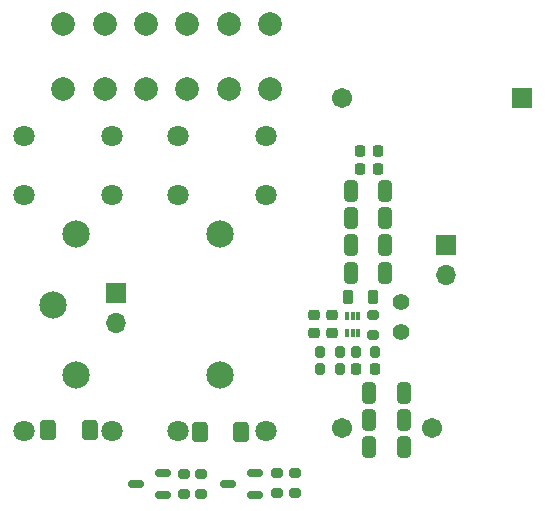
<source format=gbr>
%TF.GenerationSoftware,KiCad,Pcbnew,9.0.0*%
%TF.CreationDate,2025-03-25T19:49:10+01:00*%
%TF.ProjectId,raumtemp_relay,7261756d-7465-46d7-905f-72656c61792e,rev?*%
%TF.SameCoordinates,Original*%
%TF.FileFunction,Soldermask,Top*%
%TF.FilePolarity,Negative*%
%FSLAX46Y46*%
G04 Gerber Fmt 4.6, Leading zero omitted, Abs format (unit mm)*
G04 Created by KiCad (PCBNEW 9.0.0) date 2025-03-25 19:49:10*
%MOMM*%
%LPD*%
G01*
G04 APERTURE LIST*
G04 Aperture macros list*
%AMRoundRect*
0 Rectangle with rounded corners*
0 $1 Rounding radius*
0 $2 $3 $4 $5 $6 $7 $8 $9 X,Y pos of 4 corners*
0 Add a 4 corners polygon primitive as box body*
4,1,4,$2,$3,$4,$5,$6,$7,$8,$9,$2,$3,0*
0 Add four circle primitives for the rounded corners*
1,1,$1+$1,$2,$3*
1,1,$1+$1,$4,$5*
1,1,$1+$1,$6,$7*
1,1,$1+$1,$8,$9*
0 Add four rect primitives between the rounded corners*
20,1,$1+$1,$2,$3,$4,$5,0*
20,1,$1+$1,$4,$5,$6,$7,0*
20,1,$1+$1,$6,$7,$8,$9,0*
20,1,$1+$1,$8,$9,$2,$3,0*%
G04 Aperture macros list end*
%ADD10C,1.803400*%
%ADD11RoundRect,0.225000X-0.250000X0.225000X-0.250000X-0.225000X0.250000X-0.225000X0.250000X0.225000X0*%
%ADD12RoundRect,0.087500X-0.087500X0.250000X-0.087500X-0.250000X0.087500X-0.250000X0.087500X0.250000X0*%
%ADD13RoundRect,0.200000X0.275000X-0.200000X0.275000X0.200000X-0.275000X0.200000X-0.275000X-0.200000X0*%
%ADD14RoundRect,0.250000X0.325000X0.650000X-0.325000X0.650000X-0.325000X-0.650000X0.325000X-0.650000X0*%
%ADD15RoundRect,0.200000X-0.275000X0.200000X-0.275000X-0.200000X0.275000X-0.200000X0.275000X0.200000X0*%
%ADD16C,1.400000*%
%ADD17RoundRect,0.150000X0.512500X0.150000X-0.512500X0.150000X-0.512500X-0.150000X0.512500X-0.150000X0*%
%ADD18RoundRect,0.225000X0.225000X0.250000X-0.225000X0.250000X-0.225000X-0.250000X0.225000X-0.250000X0*%
%ADD19RoundRect,0.218750X-0.218750X-0.381250X0.218750X-0.381250X0.218750X0.381250X-0.218750X0.381250X0*%
%ADD20RoundRect,0.200000X0.200000X0.275000X-0.200000X0.275000X-0.200000X-0.275000X0.200000X-0.275000X0*%
%ADD21RoundRect,0.250000X0.400000X0.600000X-0.400000X0.600000X-0.400000X-0.600000X0.400000X-0.600000X0*%
%ADD22R,1.700000X1.700000*%
%ADD23O,1.700000X1.700000*%
%ADD24C,2.004000*%
%ADD25C,2.304000*%
%ADD26RoundRect,0.102000X-0.754000X0.754000X-0.754000X-0.754000X0.754000X-0.754000X0.754000X0.754000X0*%
%ADD27C,1.712000*%
G04 APERTURE END LIST*
D10*
%TO.C,K3*%
X135725000Y-99180000D03*
X135725000Y-79180000D03*
X135725000Y-74180000D03*
X143225000Y-74180000D03*
X143225000Y-79180000D03*
X143225000Y-99180000D03*
%TD*%
%TO.C,K2*%
X122675000Y-99180000D03*
X122675000Y-79180000D03*
X122675000Y-74180000D03*
X130175000Y-74180000D03*
X130175000Y-79180000D03*
X130175000Y-99180000D03*
%TD*%
D11*
%TO.C,C14*%
X147275000Y-89380000D03*
X147275000Y-90930000D03*
%TD*%
D12*
%TO.C,U1*%
X151025000Y-90892500D03*
X150525000Y-90892500D03*
X150025000Y-90892500D03*
X150025000Y-89467500D03*
X150525000Y-89467500D03*
X151025000Y-89467500D03*
%TD*%
D13*
%TO.C,R9*%
X152275000Y-91030000D03*
X152275000Y-89380000D03*
%TD*%
D14*
%TO.C,C2*%
X151950000Y-95980000D03*
X154900000Y-95980000D03*
%TD*%
D15*
%TO.C,R4*%
X145625000Y-102755000D03*
X145625000Y-104405000D03*
%TD*%
D16*
%TO.C,JP1*%
X154625000Y-90830000D03*
X154625000Y-88290000D03*
%TD*%
D14*
%TO.C,C3*%
X153300000Y-81180000D03*
X150350000Y-81180000D03*
%TD*%
D17*
%TO.C,Q2*%
X142262500Y-104630000D03*
X142262500Y-102730000D03*
X139987500Y-103680000D03*
%TD*%
D18*
%TO.C,C1*%
X152400000Y-93980000D03*
X150850000Y-93980000D03*
%TD*%
D19*
%TO.C,L2*%
X150162500Y-87830000D03*
X152287500Y-87830000D03*
%TD*%
D13*
%TO.C,R2*%
X144125000Y-104405000D03*
X144125000Y-102755000D03*
%TD*%
D18*
%TO.C,C11*%
X152700000Y-75480000D03*
X151150000Y-75480000D03*
%TD*%
D20*
%TO.C,R7*%
X152450000Y-92480000D03*
X150800000Y-92480000D03*
%TD*%
D21*
%TO.C,D2*%
X141075000Y-99280000D03*
X137575000Y-99280000D03*
%TD*%
D14*
%TO.C,C6*%
X154900000Y-98280000D03*
X151950000Y-98280000D03*
%TD*%
D21*
%TO.C,D1*%
X128275000Y-99080000D03*
X124775000Y-99080000D03*
%TD*%
D13*
%TO.C,R1*%
X136225000Y-104505000D03*
X136225000Y-102855000D03*
%TD*%
D14*
%TO.C,C4*%
X153300000Y-83480000D03*
X150350000Y-83480000D03*
%TD*%
D20*
%TO.C,R5*%
X149450000Y-92480000D03*
X147800000Y-92480000D03*
%TD*%
D22*
%TO.C,J3*%
X158425000Y-83480000D03*
D23*
X158425000Y-86020000D03*
%TD*%
D14*
%TO.C,C5*%
X153300000Y-85780000D03*
X150350000Y-85780000D03*
%TD*%
%TO.C,C8*%
X153300000Y-78880000D03*
X150350000Y-78880000D03*
%TD*%
D20*
%TO.C,R8*%
X149450000Y-93980000D03*
X147800000Y-93980000D03*
%TD*%
D22*
%TO.C,J2*%
X130524656Y-87480000D03*
D23*
X130524656Y-90020000D03*
%TD*%
D18*
%TO.C,C12*%
X152700000Y-76980000D03*
X151150000Y-76980000D03*
%TD*%
D14*
%TO.C,C7*%
X154900000Y-100580000D03*
X151950000Y-100580000D03*
%TD*%
D17*
%TO.C,Q1*%
X134462500Y-104630000D03*
X134462500Y-102730000D03*
X132187500Y-103680000D03*
%TD*%
D15*
%TO.C,R3*%
X137725000Y-102855000D03*
X137725000Y-104505000D03*
%TD*%
D24*
%TO.C,J1*%
X126036723Y-70200000D03*
X126036723Y-64700000D03*
X129536723Y-70200000D03*
X129536723Y-64700000D03*
X133036723Y-70200000D03*
X133036723Y-64700000D03*
X136536723Y-70200000D03*
X136536723Y-64700000D03*
X140036723Y-70200000D03*
X140036723Y-64700000D03*
X143536723Y-70200000D03*
X143536723Y-64700000D03*
%TD*%
D25*
%TO.C,K1*%
X127125000Y-94480000D03*
X127125000Y-82480000D03*
X125125000Y-88480000D03*
X139325000Y-94480000D03*
X139325000Y-82480000D03*
%TD*%
D26*
%TO.C,PS1*%
X164864545Y-70981894D03*
D27*
X149624545Y-70981894D03*
X149624545Y-98921894D03*
X157244545Y-98921894D03*
%TD*%
D11*
%TO.C,C13*%
X148775000Y-89380000D03*
X148775000Y-90930000D03*
%TD*%
M02*

</source>
